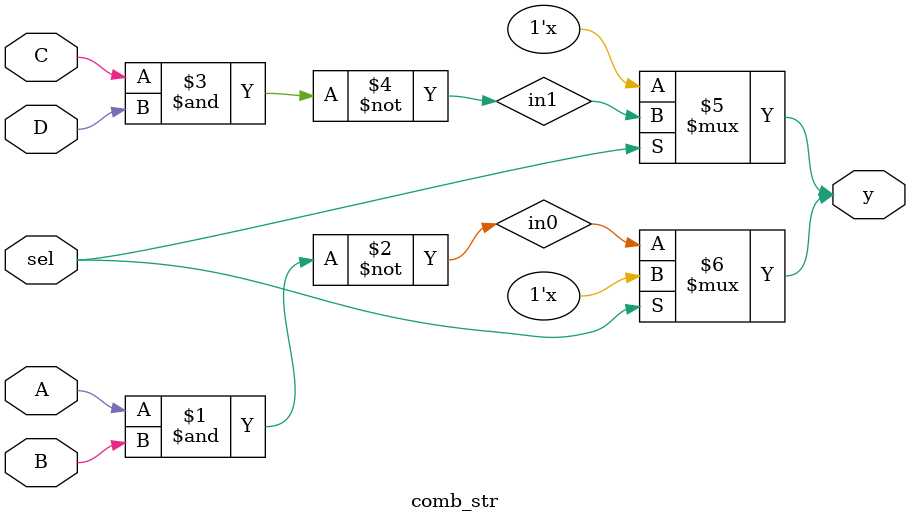
<source format=v>

  `timescale 10ns / 1ns
  
  module comb_str(output y, input sel, A, B, C, D);
    
    wire in0, in1;
    
    nand #(3) nand1(in0, A, B);
    nand #(4) nand2(in1, C, D);
    
    bufif1(y, in1, sel);
    bufif0(y, in0, sel);
    
  endmodule
  
</source>
